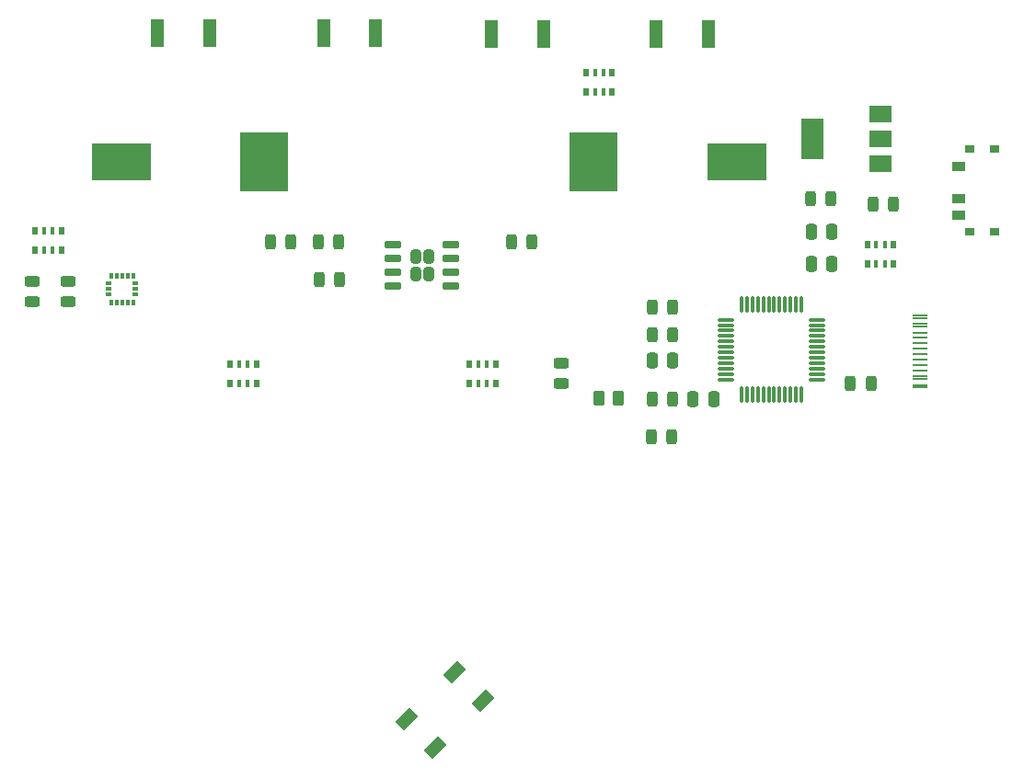
<source format=gbr>
G04 #@! TF.GenerationSoftware,KiCad,Pcbnew,(5.99.0-10436-ga433451bd8)*
G04 #@! TF.CreationDate,2021-05-13T10:32:14-05:00*
G04 #@! TF.ProjectId,BlueTeamCon,426c7565-5465-4616-9d43-6f6e2e6b6963,rev?*
G04 #@! TF.SameCoordinates,Original*
G04 #@! TF.FileFunction,Paste,Bot*
G04 #@! TF.FilePolarity,Positive*
%FSLAX46Y46*%
G04 Gerber Fmt 4.6, Leading zero omitted, Abs format (unit mm)*
G04 Created by KiCad (PCBNEW (5.99.0-10436-ga433451bd8)) date 2021-05-13 10:32:14*
%MOMM*%
%LPD*%
G01*
G04 APERTURE LIST*
G04 Aperture macros list*
%AMRoundRect*
0 Rectangle with rounded corners*
0 $1 Rounding radius*
0 $2 $3 $4 $5 $6 $7 $8 $9 X,Y pos of 4 corners*
0 Add a 4 corners polygon primitive as box body*
4,1,4,$2,$3,$4,$5,$6,$7,$8,$9,$2,$3,0*
0 Add four circle primitives for the rounded corners*
1,1,$1+$1,$2,$3*
1,1,$1+$1,$4,$5*
1,1,$1+$1,$6,$7*
1,1,$1+$1,$8,$9*
0 Add four rect primitives between the rounded corners*
20,1,$1+$1,$2,$3,$4,$5,0*
20,1,$1+$1,$4,$5,$6,$7,0*
20,1,$1+$1,$6,$7,$8,$9,0*
20,1,$1+$1,$8,$9,$2,$3,0*%
%AMRotRect*
0 Rectangle, with rotation*
0 The origin of the aperture is its center*
0 $1 length*
0 $2 width*
0 $3 Rotation angle, in degrees counterclockwise*
0 Add horizontal line*
21,1,$1,$2,0,0,$3*%
G04 Aperture macros list end*
%ADD10RoundRect,0.243750X-0.243750X-0.456250X0.243750X-0.456250X0.243750X0.456250X-0.243750X0.456250X0*%
%ADD11RoundRect,0.243750X0.243750X0.456250X-0.243750X0.456250X-0.243750X-0.456250X0.243750X-0.456250X0*%
%ADD12RoundRect,0.243750X-0.456250X0.243750X-0.456250X-0.243750X0.456250X-0.243750X0.456250X0.243750X0*%
%ADD13RoundRect,0.250000X0.262500X0.450000X-0.262500X0.450000X-0.262500X-0.450000X0.262500X-0.450000X0*%
%ADD14R,0.500000X0.800000*%
%ADD15R,0.400000X0.800000*%
%ADD16RoundRect,0.242500X-0.242500X-0.402500X0.242500X-0.402500X0.242500X0.402500X-0.242500X0.402500X0*%
%ADD17RoundRect,0.150000X-0.650000X-0.150000X0.650000X-0.150000X0.650000X0.150000X-0.650000X0.150000X0*%
%ADD18R,2.000000X1.500000*%
%ADD19R,2.000000X3.800000*%
%ADD20R,1.200000X2.600000*%
%ADD21RotRect,1.800000X1.100000X45.000000*%
%ADD22R,1.250000X0.900000*%
%ADD23R,0.900000X0.800000*%
%ADD24R,1.400000X0.250000*%
%ADD25RoundRect,0.087500X-0.087500X0.187500X-0.087500X-0.187500X0.087500X-0.187500X0.087500X0.187500X0*%
%ADD26RoundRect,0.087500X-0.187500X0.087500X-0.187500X-0.087500X0.187500X-0.087500X0.187500X0.087500X0*%
%ADD27RoundRect,0.243750X0.456250X-0.243750X0.456250X0.243750X-0.456250X0.243750X-0.456250X-0.243750X0*%
%ADD28RoundRect,0.075000X-0.662500X-0.075000X0.662500X-0.075000X0.662500X0.075000X-0.662500X0.075000X0*%
%ADD29RoundRect,0.075000X-0.075000X-0.662500X0.075000X-0.662500X0.075000X0.662500X-0.075000X0.662500X0*%
%ADD30RoundRect,0.250000X-0.250000X-0.475000X0.250000X-0.475000X0.250000X0.475000X-0.250000X0.475000X0*%
%ADD31RoundRect,0.250000X0.250000X0.475000X-0.250000X0.475000X-0.250000X-0.475000X0.250000X-0.475000X0*%
%ADD32R,4.500000X5.500000*%
%ADD33R,5.500000X3.500000*%
G04 APERTURE END LIST*
D10*
X162425000Y-105900000D03*
X164300000Y-105900000D03*
D11*
X182550001Y-104525000D03*
X180675001Y-104525000D03*
D10*
X162450000Y-100000000D03*
X164325000Y-100000000D03*
D11*
X164187500Y-109450000D03*
X162312500Y-109450000D03*
D12*
X105350000Y-95062500D03*
X105350000Y-96937500D03*
X108700000Y-95075000D03*
X108700000Y-96950000D03*
D10*
X131700000Y-91500000D03*
X133575000Y-91500000D03*
D11*
X151325000Y-91500000D03*
X149450000Y-91500000D03*
D10*
X182725000Y-88000000D03*
X184600000Y-88000000D03*
X177025000Y-87500000D03*
X178900000Y-87500000D03*
D13*
X159312500Y-105850000D03*
X157487500Y-105850000D03*
D10*
X127262500Y-91500000D03*
X129137500Y-91500000D03*
D11*
X133625000Y-94950000D03*
X131750000Y-94950000D03*
D14*
X123600000Y-102700000D03*
D15*
X124400000Y-102700000D03*
X125200000Y-102700000D03*
D14*
X126000000Y-102700000D03*
X126000000Y-104500000D03*
D15*
X125200000Y-104500000D03*
X124400000Y-104500000D03*
D14*
X123600000Y-104500000D03*
X145600000Y-102700000D03*
D15*
X146400000Y-102700000D03*
X147200000Y-102700000D03*
D14*
X148000000Y-102700000D03*
X148000000Y-104500000D03*
D15*
X147200000Y-104500000D03*
X146400000Y-104500000D03*
D14*
X145600000Y-104500000D03*
X158750000Y-77650000D03*
D15*
X157950000Y-77650000D03*
X157150000Y-77650000D03*
D14*
X156350000Y-77650000D03*
X156350000Y-75850000D03*
D15*
X157150000Y-75850000D03*
X157950000Y-75850000D03*
D14*
X158750000Y-75850000D03*
D16*
X141850000Y-94450000D03*
X140650000Y-94450000D03*
X140650000Y-92850000D03*
X141850000Y-92850000D03*
D17*
X138600000Y-95555000D03*
X138600000Y-94285000D03*
X138600000Y-93015000D03*
X138600000Y-91745000D03*
X143900000Y-91745000D03*
X143900000Y-93015000D03*
X143900000Y-94285000D03*
X143900000Y-95555000D03*
D18*
X183450000Y-79700000D03*
D19*
X177150000Y-82000000D03*
D18*
X183450000Y-82000000D03*
X183450000Y-84300000D03*
D20*
X121700000Y-72200000D03*
X116900000Y-72200000D03*
X136975000Y-72200000D03*
X132175000Y-72200000D03*
X152450000Y-72300000D03*
X147650000Y-72300000D03*
X167575000Y-72300000D03*
X162775000Y-72300000D03*
D21*
X142440938Y-138059062D03*
X146825000Y-133675000D03*
X139824642Y-135442766D03*
X144208704Y-131058704D03*
D14*
X184650000Y-93475000D03*
D15*
X183850000Y-93475000D03*
X183050000Y-93475000D03*
D14*
X182250000Y-93475000D03*
X182250000Y-91675000D03*
D15*
X183050000Y-91675000D03*
X183850000Y-91675000D03*
D14*
X184650000Y-91675000D03*
D22*
X190650000Y-88975000D03*
X190650000Y-87475000D03*
X190650000Y-84475000D03*
D23*
X191625000Y-82915000D03*
X193925000Y-90525000D03*
X191625000Y-90525000D03*
X193925000Y-82925000D03*
D24*
X187100000Y-98225000D03*
X187100000Y-99025000D03*
X187100000Y-100300000D03*
X187100000Y-101300000D03*
X187100000Y-101800000D03*
X187100000Y-99800000D03*
X187100000Y-104075000D03*
X187100000Y-104875000D03*
X187100000Y-104625000D03*
X187100000Y-103825000D03*
X187100000Y-103300000D03*
X187100000Y-102300000D03*
X187100000Y-100800000D03*
X187100000Y-102800000D03*
X187100000Y-99275000D03*
X187100000Y-98475000D03*
D25*
X112650000Y-94575000D03*
X113150000Y-94575000D03*
X113650000Y-94575000D03*
X114150000Y-94575000D03*
X114650000Y-94575000D03*
D26*
X114875000Y-95300000D03*
X114875000Y-95800000D03*
X114875000Y-96300000D03*
D25*
X114650000Y-97025000D03*
X114150000Y-97025000D03*
X113650000Y-97025000D03*
X113150000Y-97025000D03*
X112650000Y-97025000D03*
D26*
X112425000Y-96300000D03*
X112425000Y-95800000D03*
X112425000Y-95300000D03*
D27*
X154050000Y-104525000D03*
X154050000Y-102650000D03*
D10*
X162437500Y-97500000D03*
X164312500Y-97500000D03*
D28*
X169237500Y-104125000D03*
X169237500Y-103625000D03*
X169237500Y-103125000D03*
X169237500Y-102625000D03*
X169237500Y-102125000D03*
X169237500Y-101625000D03*
X169237500Y-101125000D03*
X169237500Y-100625000D03*
X169237500Y-100125000D03*
X169237500Y-99625000D03*
X169237500Y-99125000D03*
X169237500Y-98625000D03*
D29*
X170650000Y-97212500D03*
X171150000Y-97212500D03*
X171650000Y-97212500D03*
X172150000Y-97212500D03*
X172650000Y-97212500D03*
X173150000Y-97212500D03*
X173650000Y-97212500D03*
X174150000Y-97212500D03*
X174650000Y-97212500D03*
X175150000Y-97212500D03*
X175650000Y-97212500D03*
X176150000Y-97212500D03*
D28*
X177562500Y-98625000D03*
X177562500Y-99125000D03*
X177562500Y-99625000D03*
X177562500Y-100125000D03*
X177562500Y-100625000D03*
X177562500Y-101125000D03*
X177562500Y-101625000D03*
X177562500Y-102125000D03*
X177562500Y-102625000D03*
X177562500Y-103125000D03*
X177562500Y-103625000D03*
X177562500Y-104125000D03*
D29*
X176150000Y-105537500D03*
X175650000Y-105537500D03*
X175150000Y-105537500D03*
X174650000Y-105537500D03*
X174150000Y-105537500D03*
X173650000Y-105537500D03*
X173150000Y-105537500D03*
X172650000Y-105537500D03*
X172150000Y-105537500D03*
X171650000Y-105537500D03*
X171150000Y-105537500D03*
X170650000Y-105537500D03*
D14*
X108050000Y-92250000D03*
D15*
X107250000Y-92250000D03*
X106450000Y-92250000D03*
D14*
X105650000Y-92250000D03*
X105650000Y-90450000D03*
D15*
X106450000Y-90450000D03*
X107250000Y-90450000D03*
D14*
X108050000Y-90450000D03*
D30*
X177050000Y-90500000D03*
X178950000Y-90500000D03*
D31*
X168100000Y-105900000D03*
X166200000Y-105900000D03*
D30*
X177050000Y-93500000D03*
X178950000Y-93500000D03*
X162400000Y-102400000D03*
X164300000Y-102400000D03*
D32*
X157025000Y-84125000D03*
D33*
X170200000Y-84100000D03*
D32*
X126725000Y-84125000D03*
D33*
X113600000Y-84100000D03*
M02*

</source>
